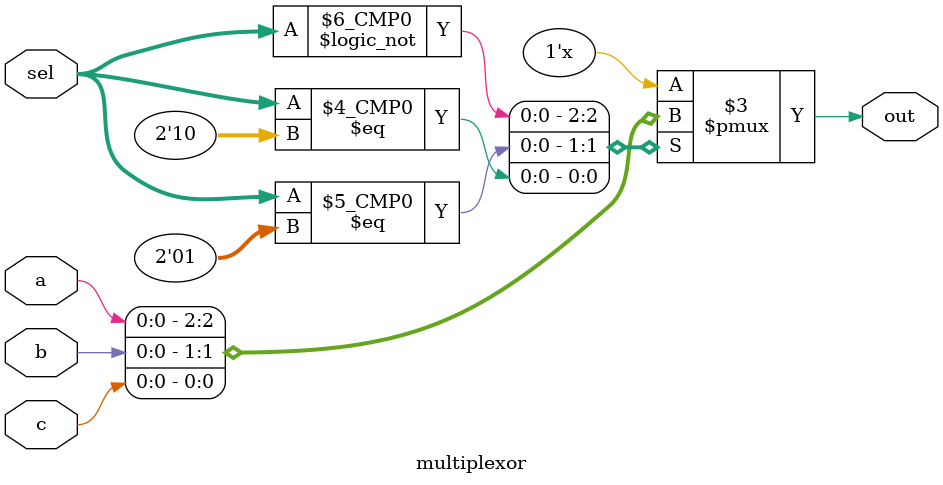
<source format=v>
`timescale 1ns / 1ps
module multiplexor(a,b,c,sel,out);
input a,b,c;
input [1:0]sel;
output out;
//Case es always, siempre las salidas deben de ir en reg cuando se usa ref
reg out;
//Proceso para circuitos sencuenciales
always @(a or b or c or sel) //a,b,c es lo mismo
	begin
		case(sel)//Con esta vamos a monitorear
				2'b00: out=a; //numero de bits'b
				2'b01: out=b;
				2'b10: out=c;
				default: out=1'bz;//si no es ninguna de esas la salida es un valor indefinido
				
		endcase
	end
				
endmodule

</source>
